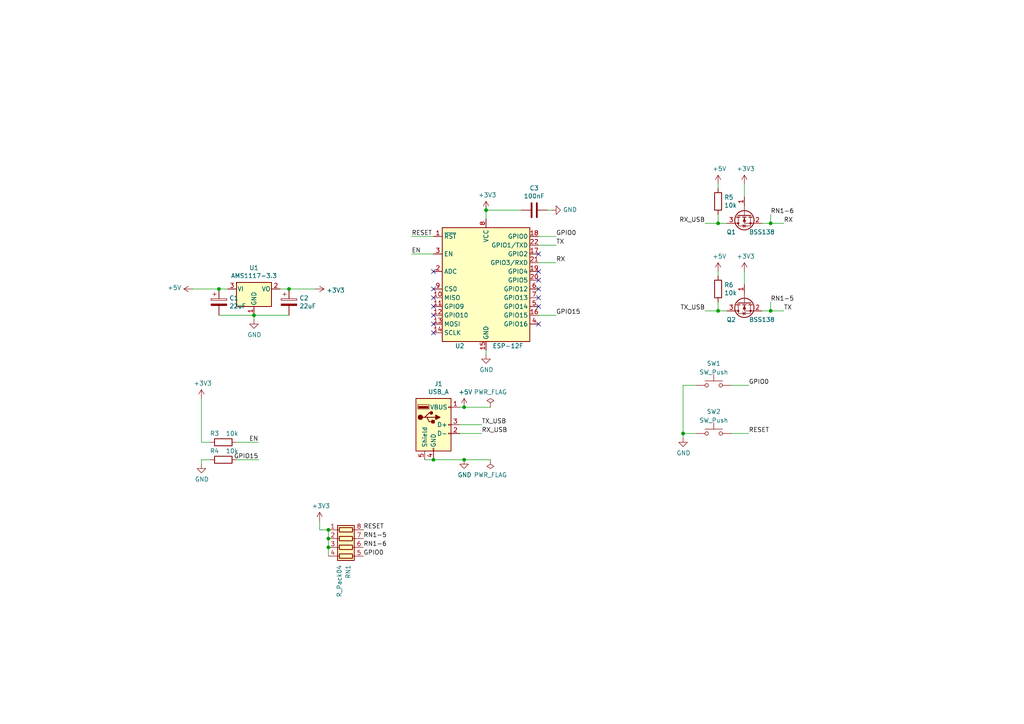
<source format=kicad_sch>
(kicad_sch (version 20250114) (generator "eeschema") (generator_version "9.0")
  (paper "A4")
  (title_block (title "Midea WiFi Dongle") (date "2020-10-17") (rev "1.0") (comment 1 "René Klootwijk"))
  (lib_symbols
    (symbol "Connector:USB_A" (pin_names (offset 1.016))
      (property "Reference" "J" (at -5.08 11.43 0))
      (property "Value" "USB_A" (at -5.08 8.89 0))
      (symbol "USB_A_0_1"
        (rectangle (start -5.08 -7.62) (end 5.08 7.62) (stroke (width 0.254)) (fill (type background)))
        (circle (center -3.81 2.159) (radius 0.635) (stroke (width 0.254)) (fill (type outline)))
        (polyline (pts (xy -3.175 2.159) (xy -2.54 2.159) (xy -1.27 3.429) (xy -0.635 3.429)) (stroke (width 0.254)))
        (polyline (pts (xy -2.54 2.159) (xy -1.905 2.159) (xy -1.27 0.889) (xy 0 0.889)) (stroke (width 0.254)))
        (rectangle (start -1.524 4.826) (end -4.318 5.334) (fill (type outline)))
        (rectangle (start -1.27 4.572) (end -4.572 5.842))
        (circle (center -0.635 3.429) (radius 0.381) (stroke (width 0.254)) (fill (type outline)))
        (rectangle (start -0.127 -7.62) (end 0.127 -6.858))
        (rectangle (start 0.254 1.27) (end -0.508 0.508) (stroke (width 0.254)) (fill (type outline)))
        (polyline (pts (xy 0.635 2.794) (xy 0.635 1.524) (xy 1.905 2.159) (xy 0.635 2.794)) (stroke (width 0.254)) (fill (type outline)))
        (rectangle (start 5.08 4.953) (end 4.318 5.207))
        (rectangle (start 5.08 -0.127) (end 4.318 0.127))
        (rectangle (start 5.08 -2.667) (end 4.318 -2.413))
      )
      (symbol "USB_A_1_1"
        (polyline (pts (xy -1.905 2.159) (xy 0.635 2.159)) (stroke (width 0.254)))
        (pin passive line (at -2.54 -10.16 90) (length 2.54) (name "Shield") (number "5"))
        (pin power_in line (at 0 -10.16 90) (length 2.54) (name "GND") (number "4"))
        (pin power_in line (at 7.62 5.08 180) (length 2.54) (name "VBUS") (number "1"))
        (pin bidirectional line (at 7.62 0 180) (length 2.54) (name "D+") (number "3"))
        (pin bidirectional line (at 7.62 -2.54 180) (length 2.54) (name "D-") (number "2"))
      )
    )
    (symbol "Device:C" (pin_numbers (hide yes)) (pin_names (offset 0.254))
      (property "Reference" "C" (at 0.635 2.54 0))
      (property "Value" "C" (at 0.635 -2.54 0))
      (symbol "C_0_1"
        (polyline (pts (xy -2.032 0.762) (xy 2.032 0.762)) (stroke (width 0.508)))
        (polyline (pts (xy -2.032 -0.762) (xy 2.032 -0.762)) (stroke (width 0.508)))
      )
      (symbol "C_1_1"
        (pin passive line (at 0 3.81 270) (length 2.794) (name "~") (number "1"))
        (pin passive line (at 0 -3.81 90) (length 2.794) (name "~") (number "2"))
      )
    )
    (symbol "Device:R" (pin_numbers (hide yes)) (pin_names (offset 0))
      (property "Reference" "R" (at 2.032 0 90))
      (property "Value" "R" (at 0 0 90))
      (symbol "R_0_1"
        (rectangle (start -1.016 -2.54) (end 1.016 2.54) (stroke (width 0.254)))
      )
      (symbol "R_1_1"
        (pin passive line (at 0 3.81 270) (length 1.27) (name "~") (number "1"))
        (pin passive line (at 0 -3.81 90) (length 1.27) (name "~") (number "2"))
      )
    )
    (symbol "Device:R_Pack04" (pin_names (offset 0) (hide yes))
      (property "Reference" "RN" (at -7.62 0 90))
      (property "Value" "R_Pack04" (at 5.08 0 90))
      (symbol "R_Pack04_0_1"
        (rectangle (start -6.35 -2.413) (end 3.81 2.413) (stroke (width 0.254)) (fill (type background)))
        (rectangle (start -5.715 1.905) (end -4.445 -1.905) (stroke (width 0.254)))
        (polyline (pts (xy -5.08 1.905) (xy -5.08 2.54)))
        (polyline (pts (xy -5.08 -2.54) (xy -5.08 -1.905)))
        (rectangle (start -3.175 1.905) (end -1.905 -1.905) (stroke (width 0.254)))
        (polyline (pts (xy -2.54 1.905) (xy -2.54 2.54)))
        (polyline (pts (xy -2.54 -2.54) (xy -2.54 -1.905)))
        (rectangle (start -0.635 1.905) (end 0.635 -1.905) (stroke (width 0.254)))
        (polyline (pts (xy 0 1.905) (xy 0 2.54)))
        (polyline (pts (xy 0 -2.54) (xy 0 -1.905)))
        (rectangle (start 1.905 1.905) (end 3.175 -1.905) (stroke (width 0.254)))
        (polyline (pts (xy 2.54 1.905) (xy 2.54 2.54)))
        (polyline (pts (xy 2.54 -2.54) (xy 2.54 -1.905)))
      )
      (symbol "R_Pack04_1_1"
        (pin passive line (at -5.08 5.08 270) (length 2.54) (name "R1.2") (number "8"))
        (pin passive line (at -5.08 -5.08 90) (length 2.54) (name "R1.1") (number "1"))
        (pin passive line (at -2.54 5.08 270) (length 2.54) (name "R2.2") (number "7"))
        (pin passive line (at -2.54 -5.08 90) (length 2.54) (name "R2.1") (number "2"))
        (pin passive line (at 0 5.08 270) (length 2.54) (name "R3.2") (number "6"))
        (pin passive line (at 0 -5.08 90) (length 2.54) (name "R3.1") (number "3"))
        (pin passive line (at 2.54 5.08 270) (length 2.54) (name "R4.2") (number "5"))
        (pin passive line (at 2.54 -5.08 90) (length 2.54) (name "R4.1") (number "4"))
      )
    )
    (symbol "Midea WiFi Dongle-rescue:+3.3V-power" (power) (pin_names (offset 0))
      (property "Value" "+3.3V-power" (at 0 3.556 0))
      (symbol "+3.3V-power_0_1"
        (polyline (pts (xy -0.762 1.27) (xy 0 2.54)))
        (polyline (pts (xy 0 2.54) (xy 0.762 1.27)))
        (polyline (pts (xy 0 0) (xy 0 2.54)))
      )
      (symbol "+3.3V-power_1_1"
        (pin power_in line (at 0 0 90) (length 0) (hide yes) (name "+3V3") (number "1"))
      )
    )
    (symbol "Midea WiFi Dongle-rescue:CP-Device" (pin_numbers (hide yes)) (pin_names (offset 0.254))
      (property "Reference" "C" (at 0.635 2.54 0))
      (property "Value" "Device_CP" (at 0.635 -2.54 0))
      (symbol "CP-Device_0_1"
        (rectangle (start -2.286 0.508) (end 2.286 1.016))
        (polyline (pts (xy -1.778 2.286) (xy -0.762 2.286)))
        (polyline (pts (xy -1.27 2.794) (xy -1.27 1.778)))
        (rectangle (start 2.286 -0.508) (end -2.286 -1.016) (fill (type outline)))
      )
      (symbol "CP-Device_1_1"
        (pin passive line (at 0 3.81 270) (length 2.794) (name "~") (number "1"))
        (pin passive line (at 0 -3.81 90) (length 2.794) (name "~") (number "2"))
      )
    )
    (symbol "Midea WiFi Dongle-rescue:LM1117-3.3-Regulator_Linear" (pin_names (offset 0.254))
      (property "Reference" "U" (at -3.81 3.175 0))
      (property "Value" "Regulator_Linear_LM1117-3.3" (at 0 3.175 0))
      (symbol "LM1117-3.3-Regulator_Linear_0_1"
        (rectangle (start -5.08 -5.08) (end 5.08 1.905) (stroke (width 0.254)) (fill (type background)))
      )
      (symbol "LM1117-3.3-Regulator_Linear_1_1"
        (pin power_in line (at -7.62 0 0) (length 2.54) (name "VI") (number "3"))
        (pin power_in line (at 0 -7.62 90) (length 2.54) (name "GND") (number "1"))
        (pin power_out line (at 7.62 0 180) (length 2.54) (name "VO") (number "2"))
      )
    )
    (symbol "RF_Module:ESP-12F"
      (property "Reference" "U" (at -12.7 19.05 0))
      (property "Value" "ESP-12F" (at 12.7 19.05 0))
      (symbol "ESP-12F_0_1"
        (rectangle (start -12.7 17.78) (end 12.7 -15.24) (stroke (width 0.254)) (fill (type background)))
      )
      (symbol "ESP-12F_1_1"
        (pin input line (at -15.24 15.24 0) (length 2.54) (name "~{RST}") (number "1"))
        (pin input line (at -15.24 10.16 0) (length 2.54) (name "EN") (number "3"))
        (pin input line (at -15.24 5.08 0) (length 2.54) (name "ADC") (number "2"))
        (pin input line (at -15.24 0 0) (length 2.54) (name "CS0") (number "9"))
        (pin bidirectional line (at -15.24 -2.54 0) (length 2.54) (name "MISO") (number "10"))
        (pin bidirectional line (at -15.24 -5.08 0) (length 2.54) (name "GPIO9") (number "11"))
        (pin bidirectional line (at -15.24 -7.62 0) (length 2.54) (name "GPIO10") (number "12"))
        (pin bidirectional line (at -15.24 -10.16 0) (length 2.54) (name "MOSI") (number "13"))
        (pin bidirectional line (at -15.24 -12.7 0) (length 2.54) (name "SCLK") (number "14"))
        (pin power_in line (at 0 20.32 270) (length 2.54) (name "VCC") (number "8"))
        (pin power_in line (at 0 -17.78 90) (length 2.54) (name "GND") (number "15"))
        (pin bidirectional line (at 15.24 15.24 180) (length 2.54) (name "GPIO0") (number "18"))
        (pin bidirectional line (at 15.24 12.7 180) (length 2.54) (name "GPIO1/TXD") (number "22"))
        (pin bidirectional line (at 15.24 10.16 180) (length 2.54) (name "GPIO2") (number "17"))
        (pin bidirectional line (at 15.24 7.62 180) (length 2.54) (name "GPIO3/RXD") (number "21"))
        (pin bidirectional line (at 15.24 5.08 180) (length 2.54) (name "GPIO4") (number "19"))
        (pin bidirectional line (at 15.24 2.54 180) (length 2.54) (name "GPIO5") (number "20"))
        (pin bidirectional line (at 15.24 0 180) (length 2.54) (name "GPIO12") (number "6"))
        (pin bidirectional line (at 15.24 -2.54 180) (length 2.54) (name "GPIO13") (number "7"))
        (pin bidirectional line (at 15.24 -5.08 180) (length 2.54) (name "GPIO14") (number "5"))
        (pin bidirectional line (at 15.24 -7.62 180) (length 2.54) (name "GPIO15") (number "16"))
        (pin bidirectional line (at 15.24 -10.16 180) (length 2.54) (name "GPIO16") (number "4"))
      )
    )
    (symbol "Switch:SW_Push" (pin_numbers (hide yes)) (pin_names (offset 1.016) (hide yes))
      (property "Reference" "SW" (at 1.27 2.54 0))
      (property "Value" "SW_Push" (at 0 -1.524 0))
      (symbol "SW_Push_0_1"
        (circle (center -2.032 0) (radius 0.508))
        (polyline (pts (xy 0 1.27) (xy 0 3.048)))
        (circle (center 2.032 0) (radius 0.508))
        (polyline (pts (xy 2.54 1.27) (xy -2.54 1.27)))
        (pin passive line (at -5.08 0 0) (length 2.54) (name "1") (number "1"))
        (pin passive line (at 5.08 0 180) (length 2.54) (name "2") (number "2"))
      )
    )
    (symbol "Transistor_FET:BSS138" (pin_names (hide yes))
      (property "Reference" "Q" (at 5.08 1.905 0))
      (property "Value" "BSS138" (at 5.08 0 0))
      (symbol "BSS138_0_1"
        (polyline (pts (xy 0.254 1.905) (xy 0.254 -1.905)) (stroke (width 0.254)))
        (polyline (pts (xy 0.254 0) (xy -2.54 0)))
        (polyline (pts (xy 0.762 2.286) (xy 0.762 1.27)) (stroke (width 0.254)))
        (polyline (pts (xy 0.762 0.508) (xy 0.762 -0.508)) (stroke (width 0.254)))
        (polyline (pts (xy 0.762 -1.27) (xy 0.762 -2.286)) (stroke (width 0.254)))
        (polyline (pts (xy 0.762 -1.778) (xy 3.302 -1.778) (xy 3.302 1.778) (xy 0.762 1.778)))
        (polyline (pts (xy 1.016 0) (xy 2.032 0.381) (xy 2.032 -0.381) (xy 1.016 0)) (fill (type outline)))
        (circle (center 1.651 0) (radius 2.794) (stroke (width 0.254)))
        (polyline (pts (xy 2.54 2.54) (xy 2.54 1.778)))
        (circle (center 2.54 1.778) (radius 0.254) (fill (type outline)))
        (circle (center 2.54 -1.778) (radius 0.254) (fill (type outline)))
        (polyline (pts (xy 2.54 -2.54) (xy 2.54 0) (xy 0.762 0)))
        (polyline (pts (xy 2.794 0.508) (xy 2.921 0.381) (xy 3.683 0.381) (xy 3.81 0.254)))
        (polyline (pts (xy 3.302 0.381) (xy 2.921 -0.254) (xy 3.683 -0.254) (xy 3.302 0.381)))
      )
      (symbol "BSS138_1_1"
        (pin input line (at -5.08 0 0) (length 2.54) (name "G") (number "1"))
        (pin passive line (at 2.54 5.08 270) (length 2.54) (name "D") (number "3"))
        (pin passive line (at 2.54 -5.08 90) (length 2.54) (name "S") (number "2"))
      )
    )
    (symbol "power:+5V" (power) (pin_names (offset 0))
      (property "Value" "+5V" (at 0 3.556 0))
      (symbol "+5V_0_1"
        (polyline (pts (xy -0.762 1.27) (xy 0 2.54)))
        (polyline (pts (xy 0 2.54) (xy 0.762 1.27)))
        (polyline (pts (xy 0 0) (xy 0 2.54)))
      )
      (symbol "+5V_1_1"
        (pin power_in line (at 0 0 90) (length 0) (hide yes) (name "+5V") (number "1"))
      )
    )
    (symbol "power:GND" (power) (pin_names (offset 0))
      (property "Value" "GND" (at 0 -3.81 0))
      (symbol "GND_0_1"
        (polyline (pts (xy 0 0) (xy 0 -1.27) (xy 1.27 -1.27) (xy 0 -2.54) (xy -1.27 -1.27) (xy 0 -1.27)))
      )
      (symbol "GND_1_1"
        (pin power_in line (at 0 0 270) (length 0) (hide yes) (name "GND") (number "1"))
      )
    )
    (symbol "power:PWR_FLAG" (power) (pin_numbers (hide yes)) (pin_names (offset 0) (hide yes))
      (property "Value" "PWR_FLAG" (at 0 3.81 0))
      (symbol "PWR_FLAG_0_0"
        (pin power_out line (at 0 0 90) (length 0) (name "pwr") (number "1"))
      )
      (symbol "PWR_FLAG_0_1"
        (polyline (pts (xy 0 0) (xy 0 1.27) (xy -1.016 1.905) (xy 0 2.54) (xy 1.016 1.905) (xy 0 1.27)))
      )
    )
  )
  (junction (at 223.52 90.17))
  (junction (at 208.28 64.77))
  (junction (at 134.62 133.35))
  (junction (at 140.97 60.96))
  (junction (at 95.25 158.75))
  (junction (at 198.12 125.73))
  (junction (at 125.73 133.35))
  (junction (at 95.25 153.67))
  (junction (at 223.52 64.77))
  (junction (at 63.5 83.82))
  (junction (at 134.62 118.11))
  (junction (at 73.66 91.44))
  (junction (at 95.25 156.21))
  (junction (at 208.28 90.17))
  (junction (at 83.82 83.82))
  (no_connect (at 125.73 86.36))
  (no_connect (at 156.21 88.9))
  (no_connect (at 125.73 91.44))
  (no_connect (at 156.21 93.98))
  (no_connect (at 125.73 88.9))
  (no_connect (at 156.21 83.82))
  (no_connect (at 156.21 86.36))
  (no_connect (at 125.73 96.52))
  (no_connect (at 125.73 93.98))
  (no_connect (at 156.21 78.74))
  (no_connect (at 156.21 73.66))
  (no_connect (at 125.73 83.82))
  (no_connect (at 125.73 78.74))
  (no_connect (at 156.21 81.28))
  (wire (pts (xy 220.98 64.77) (xy 223.52 64.77)))
  (wire (pts (xy 208.28 87.63) (xy 208.28 90.17)))
  (wire (pts (xy 140.97 59.69) (xy 140.97 60.96)))
  (wire (pts (xy 223.52 90.17) (xy 227.33 90.17)))
  (wire (pts (xy 95.25 156.21) (xy 95.25 158.75)))
  (wire (pts (xy 198.12 111.76) (xy 198.12 125.73)))
  (wire (pts (xy 81.28 83.82) (xy 83.82 83.82)))
  (wire (pts (xy 73.66 91.44) (xy 73.66 92.71)))
  (wire (pts (xy 58.42 115.57) (xy 58.42 128.27)))
  (wire (pts (xy 223.52 64.77) (xy 227.33 64.77)))
  (wire (pts (xy 156.21 71.12) (xy 161.29 71.12)))
  (wire (pts (xy 133.35 118.11) (xy 134.62 118.11)))
  (wire (pts (xy 60.96 133.35) (xy 58.42 133.35)))
  (wire (pts (xy 83.82 83.82) (xy 91.44 83.82)))
  (wire (pts (xy 151.13 60.96) (xy 140.97 60.96)))
  (wire (pts (xy 140.97 102.87) (xy 140.97 101.6)))
  (wire (pts (xy 223.52 62.23) (xy 223.52 64.77)))
  (wire (pts (xy 160.02 60.96) (xy 158.75 60.96)))
  (wire (pts (xy 215.9 57.15) (xy 215.9 53.34)))
  (wire (pts (xy 123.19 133.35) (xy 125.73 133.35)))
  (wire (pts (xy 210.82 90.17) (xy 208.28 90.17)))
  (wire (pts (xy 156.21 76.2) (xy 161.29 76.2)))
  (wire (pts (xy 125.73 68.58) (xy 119.38 68.58)))
  (wire (pts (xy 133.35 123.19) (xy 139.7 123.19)))
  (wire (pts (xy 68.58 133.35) (xy 74.93 133.35)))
  (wire (pts (xy 208.28 53.34) (xy 208.28 54.61)))
  (wire (pts (xy 92.71 151.13) (xy 92.71 153.67)))
  (wire (pts (xy 208.28 90.17) (xy 204.47 90.17)))
  (wire (pts (xy 140.97 60.96) (xy 140.97 63.5)))
  (wire (pts (xy 210.82 64.77) (xy 208.28 64.77)))
  (wire (pts (xy 66.04 83.82) (xy 63.5 83.82)))
  (wire (pts (xy 156.21 68.58) (xy 161.29 68.58)))
  (wire (pts (xy 95.25 153.67) (xy 95.25 156.21)))
  (wire (pts (xy 134.62 133.35) (xy 142.24 133.35)))
  (wire (pts (xy 125.73 73.66) (xy 119.38 73.66)))
  (wire (pts (xy 95.25 158.75) (xy 95.25 161.29)))
  (wire (pts (xy 156.21 91.44) (xy 161.29 91.44)))
  (wire (pts (xy 198.12 125.73) (xy 198.12 127)))
  (wire (pts (xy 55.88 83.82) (xy 63.5 83.82)))
  (wire (pts (xy 142.24 118.11) (xy 134.62 118.11)))
  (wire (pts (xy 133.35 125.73) (xy 139.7 125.73)))
  (wire (pts (xy 92.71 153.67) (xy 95.25 153.67)))
  (wire (pts (xy 212.09 125.73) (xy 217.17 125.73)))
  (wire (pts (xy 201.93 111.76) (xy 198.12 111.76)))
  (wire (pts (xy 223.52 87.63) (xy 223.52 90.17)))
  (wire (pts (xy 63.5 91.44) (xy 73.66 91.44)))
  (wire (pts (xy 125.73 133.35) (xy 134.62 133.35)))
  (wire (pts (xy 73.66 91.44) (xy 83.82 91.44)))
  (wire (pts (xy 58.42 128.27) (xy 60.96 128.27)))
  (wire (pts (xy 208.28 64.77) (xy 204.47 64.77)))
  (wire (pts (xy 58.42 133.35) (xy 58.42 134.62)))
  (wire (pts (xy 201.93 125.73) (xy 198.12 125.73)))
  (wire (pts (xy 68.58 128.27) (xy 74.93 128.27)))
  (wire (pts (xy 208.28 62.23) (xy 208.28 64.77)))
  (wire (pts (xy 215.9 82.55) (xy 215.9 78.74)))
  (wire (pts (xy 220.98 90.17) (xy 223.52 90.17)))
  (wire (pts (xy 212.09 111.76) (xy 217.17 111.76)))
  (wire (pts (xy 208.28 78.74) (xy 208.28 80.01)))
  (label "RN1-6" (at 105.41 158.75 0))
  (label "GPIO15" (at 74.93 133.35 180))
  (label "TX_USB" (at 204.47 90.17 180))
  (label "TX" (at 161.29 71.12 0))
  (label "TX" (at 227.33 90.17 0))
  (label "GPIO0" (at 217.17 111.76 0))
  (label "RESET" (at 217.17 125.73 0))
  (label "GPIO0" (at 105.41 161.29 0))
  (label "RESET" (at 119.38 68.58 0))
  (label "EN" (at 74.93 128.27 180))
  (label "RX_USB" (at 204.47 64.77 180))
  (label "GPIO0" (at 161.29 68.58 0))
  (label "RX_USB" (at 139.7 125.73 0))
  (label "RX" (at 227.33 64.77 0))
  (label "RN1-5" (at 105.41 156.21 0))
  (label "GPIO15" (at 161.29 91.44 0))
  (label "RESET" (at 105.41 153.67 0))
  (label "RN1-6" (at 223.52 62.23 0))
  (label "EN" (at 119.38 73.66 0))
  (label "RX" (at 161.29 76.2 0))
  (label "RN1-5" (at 223.52 87.63 0))
  (label "TX_USB" (at 139.7 123.19 0))
  (symbol (lib_id "RF_Module:ESP-12F") (at 140.97 83.82 0) (unit 1)
    (property "Reference" "U2" (at 133.35 100.33 0))
    (property "Value" "ESP-12F" (at 147.32 100.33 0))
    (property "Footprint" "RF_Module:ESP-12E" (effects (hide yes)))
    (property "Datasheet" "http://wiki.ai-thinker.com/_media/esp8266/esp8266_series_modules_user_manual_v1.1.pdf" (effects (hide yes)))
  )
  (symbol (lib_id "Connector:USB_A") (at 125.73 123.19 0) (unit 1)
    (property "Reference" "J1" (at 127.1778 111.3282 0))
    (property "Value" "USB_A" (at 127.1778 113.6396 0))
    (property "Footprint" "Connector_USB:USB_A_CNCTech_1001-011-01101_Horizontal" (effects (hide yes)))
  )
  (symbol (lib_id "power:+5V") (at 134.62 118.11 0) (unit 1)
    (property "Reference" "#PWR0101" (effects (hide yes)))
    (property "Value" "+5V" (at 135.001 113.7158 0))
  )
  (symbol (lib_id "power:PWR_FLAG") (at 142.24 118.11 0) (unit 1)
    (property "Reference" "#FLG0101" (effects (hide yes)))
    (property "Value" "PWR_FLAG" (at 142.24 113.7158 0))
  )
  (symbol (lib_id "power:PWR_FLAG") (at 142.24 133.35 180) (unit 1)
    (property "Reference" "#FLG0102" (effects (hide yes)))
    (property "Value" "PWR_FLAG" (at 142.24 137.7442 0))
  )
  (symbol (lib_id "power:GND") (at 134.62 133.35 0) (unit 1)
    (property "Reference" "#PWR0102" (effects (hide yes)))
    (property "Value" "GND" (at 134.747 137.7442 0))
  )
  (symbol (lib_id "power:GND") (at 140.97 102.87 0) (unit 1)
    (property "Reference" "#PWR0103" (effects (hide yes)))
    (property "Value" "GND" (at 141.097 107.2642 0))
  )
  (symbol (lib_id "Transistor_FET:BSS138") (at 215.9 62.23 90) (mirror x) (unit 1)
    (property "Reference" "Q1" (at 212.09 67.31 90))
    (property "Value" "BSS138" (at 220.98 67.31 90))
    (property "Footprint" "Package_TO_SOT_SMD:SOT-23" (effects (hide yes)))
    (property "Datasheet" "https://www.onsemi.com/pub/Collateral/BSS138-D.PDF" (effects (hide yes)))
    (property "LCSC" " C426569" (effects (hide yes)))
  )
  (symbol (lib_id "Transistor_FET:BSS138") (at 215.9 87.63 90) (mirror x) (unit 1)
    (property "Reference" "Q2" (at 212.09 92.71 90))
    (property "Value" "BSS138" (at 220.98 92.71 90))
    (property "Footprint" "Package_TO_SOT_SMD:SOT-23" (effects (hide yes)))
    (property "Datasheet" "https://www.onsemi.com/pub/Collateral/BSS138-D.PDF" (effects (hide yes)))
    (property "LCSC" " C426569" (effects (hide yes)))
  )
  (symbol (lib_id "Device:C") (at 154.94 60.96 270) (unit 1)
    (property "Reference" "C3" (at 154.94 54.5592 90))
    (property "Value" "100nF" (at 154.94 56.8706 90))
    (property "Footprint" "Capacitor_SMD:C_0402_1005Metric_Pad0.74x0.62mm_HandSolder" (effects (hide yes)))
  )
  (symbol (lib_id "Midea WiFi Dongle-rescue:+3.3V-power") (at 140.97 60.96 0) (unit 1)
    (property "Reference" "#PWR0104" (effects (hide yes)))
    (property "Value" "+3V3" (at 141.351 56.5658 0))
  )
  (symbol (lib_id "power:GND") (at 160.02 60.96 90) (unit 1)
    (property "Reference" "#PWR0105" (effects (hide yes)))
    (property "Value" "GND" (at 163.2712 60.833 90) (effects (justify right)))
  )
  (symbol (lib_id "Device:R") (at 208.28 58.42 0) (unit 1)
    (property "Reference" "R5" (at 210.058 57.2516 0) (effects (justify left)))
    (property "Value" "10k" (at 210.058 59.563 0) (effects (justify left)))
    (property "Footprint" "Resistor_SMD:R_0402_1005Metric_Pad0.72x0.64mm_HandSolder" (effects (hide yes)))
    (property "LCSC" "C25744" (effects (hide yes)))
  )
  (symbol (lib_id "Device:R") (at 208.28 83.82 0) (unit 1)
    (property "Reference" "R6" (at 210.058 82.6516 0) (effects (justify left)))
    (property "Value" "10k" (at 210.058 84.963 0) (effects (justify left)))
    (property "Footprint" "Resistor_SMD:R_0402_1005Metric_Pad0.72x0.64mm_HandSolder" (effects (hide yes)))
    (property "LCSC" "C25744" (effects (hide yes)))
  )
  (symbol (lib_id "Midea WiFi Dongle-rescue:+3.3V-power") (at 215.9 78.74 0) (unit 1)
    (property "Reference" "#PWR0106" (effects (hide yes)))
    (property "Value" "+3V3" (at 216.281 74.3458 0))
  )
  (symbol (lib_id "Midea WiFi Dongle-rescue:+3.3V-power") (at 215.9 53.34 0) (unit 1)
    (property "Reference" "#PWR0107" (effects (hide yes)))
    (property "Value" "+3V3" (at 216.281 48.9458 0))
  )
  (symbol (lib_id "power:+5V") (at 208.28 78.74 0) (unit 1)
    (property "Reference" "#PWR0108" (effects (hide yes)))
    (property "Value" "+5V" (at 208.661 74.3458 0))
  )
  (symbol (lib_id "power:+5V") (at 208.28 53.34 0) (unit 1)
    (property "Reference" "#PWR0109" (effects (hide yes)))
    (property "Value" "+5V" (at 208.661 48.9458 0))
  )
  (symbol (lib_id "Midea WiFi Dongle-rescue:LM1117-3.3-Regulator_Linear") (at 73.66 83.82 0) (unit 1)
    (property "Reference" "U1" (at 73.66 77.6732 0))
    (property "Value" "AMS1117-3.3" (at 73.66 79.9846 0))
    (property "Footprint" "Package_TO_SOT_SMD:SOT-223" (effects (hide yes)))
    (property "Datasheet" "http://www.ti.com/lit/ds/symlink/lm1117.pdf" (effects (hide yes)))
    (property "LCSC" "C126027" (effects (hide yes)))
  )
  (symbol (lib_id "Midea WiFi Dongle-rescue:CP-Device") (at 83.82 87.63 0) (unit 1)
    (property "Reference" "C2" (at 86.8172 86.4616 0) (effects (justify left)))
    (property "Value" "22uF" (at 86.8172 88.773 0) (effects (justify left)))
    (property "Footprint" "Andys-Footprints:CP_EIA-2012-12_Kemet-R_Pad1.30x1.05mm_HandSolder" (effects (hide yes)))
    (property "LCSC" "C185773" (effects (hide yes)))
  )
  (symbol (lib_id "Midea WiFi Dongle-rescue:CP-Device") (at 63.5 87.63 0) (unit 1)
    (property "Reference" "C1" (at 66.4972 86.4616 0) (effects (justify left)))
    (property "Value" "22uF" (at 66.4972 88.773 0) (effects (justify left)))
    (property "Footprint" "Andys-Footprints:CP_EIA-2012-12_Kemet-R_Pad1.30x1.05mm_HandSolder" (effects (hide yes)))
    (property "LCSC" "C185773" (effects (hide yes)))
  )
  (symbol (lib_id "power:GND") (at 73.66 92.71 0) (unit 1)
    (property "Reference" "#PWR0111" (effects (hide yes)))
    (property "Value" "GND" (at 73.787 97.1042 0))
  )
  (symbol (lib_id "Midea WiFi Dongle-rescue:+3.3V-power") (at 91.44 83.82 270) (unit 1)
    (property "Reference" "#PWR0112" (effects (hide yes)))
    (property "Value" "+3V3" (at 94.6912 84.201 90) (effects (justify left)))
  )
  (symbol (lib_id "power:+5V") (at 55.88 83.82 90) (unit 1)
    (property "Reference" "#PWR0113" (effects (hide yes)))
    (property "Value" "+5V" (at 52.6288 83.439 90) (effects (justify left)))
  )
  (symbol (lib_id "Device:R") (at 64.77 128.27 270) (unit 1)
    (property "Reference" "R3" (at 62.23 125.73 90))
    (property "Value" "10k" (at 67.31 125.73 90))
    (property "Footprint" "Resistor_SMD:R_0402_1005Metric_Pad0.72x0.64mm_HandSolder" (effects (hide yes)))
    (property "LCSC" "C25744" (effects (hide yes)))
  )
  (symbol (lib_id "Device:R") (at 64.77 133.35 270) (unit 1)
    (property "Reference" "R4" (at 62.23 130.81 90))
    (property "Value" "10k" (at 67.31 130.81 90))
    (property "Footprint" "Resistor_SMD:R_0402_1005Metric_Pad0.72x0.64mm_HandSolder" (effects (hide yes)))
    (property "LCSC" "C25744" (effects (hide yes)))
  )
  (symbol (lib_id "power:GND") (at 58.42 134.62 0) (unit 1)
    (property "Reference" "#PWR0114" (effects (hide yes)))
    (property "Value" "GND" (at 58.547 139.0142 0))
  )
  (symbol (lib_id "Midea WiFi Dongle-rescue:+3.3V-power") (at 58.42 115.57 0) (unit 1)
    (property "Reference" "#PWR0115" (effects (hide yes)))
    (property "Value" "+3V3" (at 58.801 111.1758 0))
  )
  (symbol (lib_id "power:GND") (at 198.12 127 0) (unit 1)
    (property "Reference" "#PWR01" (effects (hide yes)))
    (property "Value" "GND" (at 198.247 131.3942 0))
  )
  (symbol (lib_id "Device:R_Pack04") (at 100.33 158.75 270) (unit 1)
    (property "Reference" "RN1" (at 100.965 163.83 0) (effects (justify left)))
    (property "Value" "R_Pack04" (at 98.425 163.83 0) (effects (justify left)))
    (property "Footprint" "Resistor_SMD:R_Array_Concave_4x0603" (effects (hide yes)))
  )
  (symbol (lib_id "Switch:SW_Push") (at 207.01 111.76 0) (unit 1)
    (property "Reference" "SW1" (at 207.01 105.41 0))
    (property "Value" "SW_Push" (at 207.01 107.95 0))
    (property "Footprint" "Button_Switch_SMD:SW_Push_SPST_NO_Alps_SKRK" (effects (hide yes)))
    (property "Description" "3x4mm" (effects (hide yes)))
  )
  (symbol (lib_id "Midea WiFi Dongle-rescue:+3.3V-power") (at 92.71 151.13 0) (unit 1)
    (property "Reference" "#PWR03" (effects (hide yes)))
    (property "Value" "+3V3" (at 93.091 146.7358 0))
  )
  (symbol (lib_id "Switch:SW_Push") (at 207.01 125.73 0) (unit 1)
    (property "Reference" "SW2" (at 207.01 119.38 0))
    (property "Value" "SW_Push" (at 207.01 121.92 0))
    (property "Footprint" "Button_Switch_SMD:SW_Push_SPST_NO_Alps_SKRK" (effects (hide yes)))
    (property "Description" "3x4mm" (effects (hide yes)))
  )
)
</source>
